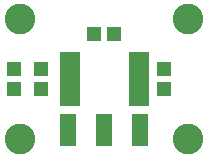
<source format=gbr>
G04 EAGLE Gerber RS-274X export*
G75*
%MOMM*%
%FSLAX34Y34*%
%LPD*%
%INSoldermask Top*%
%IPPOS*%
%AMOC8*
5,1,8,0,0,1.08239X$1,22.5*%
G01*
%ADD10C,2.590800*%
%ADD11R,1.473200X2.743200*%
%ADD12R,1.203200X1.303200*%
%ADD13R,1.678200X0.653200*%
%ADD14R,1.303200X1.203200*%


D10*
X-71120Y-50800D03*
X71120Y-50800D03*
X71120Y50800D03*
X-71120Y50800D03*
D11*
X-30480Y-43180D03*
D12*
X50800Y-8500D03*
X50800Y8500D03*
D11*
X0Y-43180D03*
D13*
X-29380Y19500D03*
X-29380Y13000D03*
X-29380Y6500D03*
X-29380Y0D03*
X-29380Y-6500D03*
X-29380Y-13000D03*
X-29380Y-19500D03*
X29380Y-19500D03*
X29380Y-13000D03*
X29380Y-6500D03*
X29380Y0D03*
X29380Y6500D03*
X29380Y13000D03*
X29380Y19500D03*
D14*
X8500Y38100D03*
X-8500Y38100D03*
D12*
X-76200Y-8500D03*
X-76200Y8500D03*
X-53340Y-8500D03*
X-53340Y8500D03*
D11*
X30480Y-43180D03*
M02*

</source>
